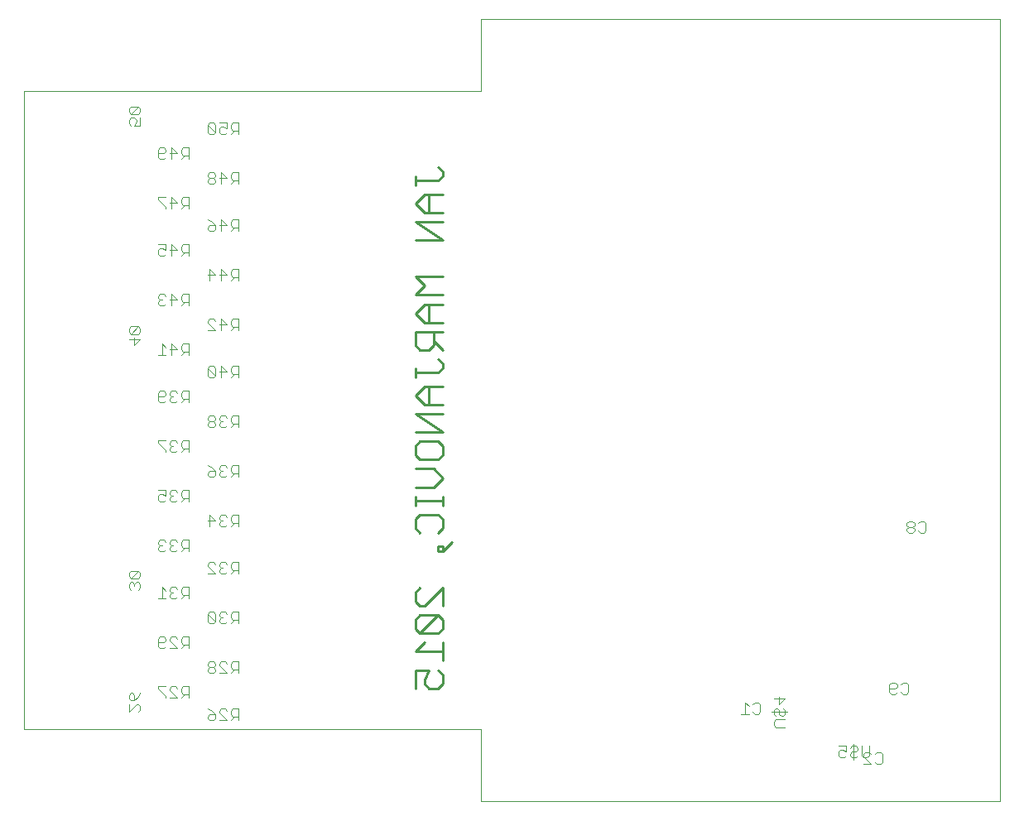
<source format=gbo>
G75*
%MOIN*%
%OFA0B0*%
%FSLAX24Y24*%
%IPPOS*%
%LPD*%
%AMOC8*
5,1,8,0,0,1.08239X$1,22.5*
%
%ADD10C,0.0000*%
%ADD11C,0.0100*%
%ADD12C,0.0040*%
D10*
X000450Y003000D02*
X018850Y003000D01*
X018850Y000100D01*
X039720Y000100D01*
X039720Y031596D01*
X018850Y031596D01*
X018850Y028700D01*
X000450Y028700D01*
X000450Y003000D01*
D11*
X016189Y004659D02*
X016189Y005393D01*
X016740Y005393D01*
X016556Y005026D01*
X016556Y004842D01*
X016740Y004659D01*
X017107Y004659D01*
X017290Y004842D01*
X017290Y005209D01*
X017107Y005393D01*
X017290Y005764D02*
X017290Y006498D01*
X017290Y006131D02*
X016189Y006131D01*
X016556Y006498D01*
X016373Y006869D02*
X017107Y007603D01*
X017290Y007419D01*
X017290Y007052D01*
X017107Y006869D01*
X016373Y006869D01*
X016189Y007052D01*
X016189Y007419D01*
X016373Y007603D01*
X017107Y007603D01*
X017290Y007974D02*
X017290Y008708D01*
X016556Y007974D01*
X016373Y007974D01*
X016189Y008157D01*
X016189Y008524D01*
X016373Y008708D01*
X017107Y010182D02*
X017107Y010366D01*
X017290Y010366D01*
X017290Y010182D01*
X017107Y010182D01*
X017290Y010182D02*
X017657Y010549D01*
X017107Y010920D02*
X017290Y011104D01*
X017290Y011471D01*
X017107Y011654D01*
X016373Y011654D01*
X016189Y011471D01*
X016189Y011104D01*
X016373Y010920D01*
X016189Y012024D02*
X016189Y012391D01*
X016189Y012207D02*
X017290Y012207D01*
X017290Y012024D02*
X017290Y012391D01*
X016923Y012762D02*
X016189Y012762D01*
X016189Y013496D02*
X016923Y013496D01*
X017290Y013129D01*
X016923Y012762D01*
X017107Y013867D02*
X016373Y013867D01*
X016189Y014050D01*
X016189Y014417D01*
X016373Y014601D01*
X017107Y014601D01*
X017290Y014417D01*
X017290Y014050D01*
X017107Y013867D01*
X017290Y014972D02*
X016189Y014972D01*
X016189Y015706D02*
X017290Y014972D01*
X017290Y015706D02*
X016189Y015706D01*
X016556Y016076D02*
X017290Y016076D01*
X016740Y016076D02*
X016740Y016810D01*
X016556Y016810D02*
X016189Y016443D01*
X016556Y016076D01*
X016556Y016810D02*
X017290Y016810D01*
X017107Y017365D02*
X016189Y017365D01*
X016189Y017548D02*
X016189Y017181D01*
X017107Y017365D02*
X017290Y017548D01*
X017290Y017732D01*
X017107Y017915D01*
X017290Y018286D02*
X016923Y018653D01*
X016923Y018470D02*
X016923Y019020D01*
X017290Y019020D02*
X016189Y019020D01*
X016189Y018470D01*
X016373Y018286D01*
X016740Y018286D01*
X016923Y018470D01*
X016740Y019391D02*
X016740Y020125D01*
X016556Y020125D02*
X016189Y019758D01*
X016556Y019391D01*
X017290Y019391D01*
X017290Y020125D02*
X016556Y020125D01*
X016189Y020496D02*
X017290Y020496D01*
X017290Y021230D02*
X016189Y021230D01*
X016556Y020863D01*
X016189Y020496D01*
X016189Y022706D02*
X017290Y022706D01*
X016189Y023440D01*
X017290Y023440D01*
X017290Y023811D02*
X016556Y023811D01*
X016189Y024178D01*
X016556Y024545D01*
X017290Y024545D01*
X016740Y024545D02*
X016740Y023811D01*
X016189Y024916D02*
X016189Y025283D01*
X016189Y025100D02*
X017107Y025100D01*
X017290Y025283D01*
X017290Y025467D01*
X017107Y025650D01*
D12*
X009061Y025430D02*
X009061Y024970D01*
X009061Y025123D02*
X008831Y025123D01*
X008754Y025200D01*
X008754Y025354D01*
X008831Y025430D01*
X009061Y025430D01*
X008908Y025123D02*
X008754Y024970D01*
X008601Y025200D02*
X008294Y025200D01*
X008140Y025123D02*
X008064Y025200D01*
X007910Y025200D01*
X007833Y025123D01*
X007833Y025047D01*
X007910Y024970D01*
X008064Y024970D01*
X008140Y025047D01*
X008140Y025123D01*
X008064Y025200D02*
X008140Y025277D01*
X008140Y025354D01*
X008064Y025430D01*
X007910Y025430D01*
X007833Y025354D01*
X007833Y025277D01*
X007910Y025200D01*
X008371Y024970D02*
X008371Y025430D01*
X008601Y025200D01*
X007061Y024430D02*
X007061Y023970D01*
X007061Y024123D02*
X006831Y024123D01*
X006754Y024200D01*
X006754Y024354D01*
X006831Y024430D01*
X007061Y024430D01*
X006908Y024123D02*
X006754Y023970D01*
X006601Y024200D02*
X006294Y024200D01*
X006140Y024047D02*
X006140Y023970D01*
X006140Y024047D02*
X005833Y024354D01*
X005833Y024430D01*
X006140Y024430D01*
X006371Y024430D02*
X006601Y024200D01*
X006371Y023970D02*
X006371Y024430D01*
X006371Y025970D02*
X006371Y026430D01*
X006601Y026200D01*
X006294Y026200D01*
X006140Y026277D02*
X006064Y026200D01*
X005833Y026200D01*
X005833Y026047D02*
X005833Y026354D01*
X005910Y026430D01*
X006064Y026430D01*
X006140Y026354D01*
X006140Y026277D01*
X006140Y026047D02*
X006064Y025970D01*
X005910Y025970D01*
X005833Y026047D01*
X006754Y025970D02*
X006908Y026123D01*
X006831Y026123D02*
X007061Y026123D01*
X007061Y025970D02*
X007061Y026430D01*
X006831Y026430D01*
X006754Y026354D01*
X006754Y026200D01*
X006831Y026123D01*
X007833Y027047D02*
X007910Y026970D01*
X008064Y026970D01*
X008140Y027047D01*
X007833Y027354D01*
X007833Y027047D01*
X007833Y027354D02*
X007910Y027430D01*
X008064Y027430D01*
X008140Y027354D01*
X008140Y027047D01*
X008294Y027047D02*
X008371Y026970D01*
X008524Y026970D01*
X008601Y027047D01*
X008601Y027200D02*
X008447Y027277D01*
X008371Y027277D01*
X008294Y027200D01*
X008294Y027047D01*
X008601Y027200D02*
X008601Y027430D01*
X008294Y027430D01*
X008754Y027354D02*
X008754Y027200D01*
X008831Y027123D01*
X009061Y027123D01*
X009061Y026970D02*
X009061Y027430D01*
X008831Y027430D01*
X008754Y027354D01*
X008908Y027123D02*
X008754Y026970D01*
X005114Y027326D02*
X004884Y027326D01*
X004961Y027480D01*
X004961Y027556D01*
X004884Y027633D01*
X004731Y027633D01*
X004654Y027556D01*
X004654Y027403D01*
X004731Y027326D01*
X005114Y027326D02*
X005114Y027633D01*
X005038Y027787D02*
X005114Y027863D01*
X005114Y028017D01*
X005038Y028094D01*
X004731Y027787D01*
X004654Y027863D01*
X004654Y028017D01*
X004731Y028094D01*
X005038Y028094D01*
X005038Y027787D02*
X004731Y027787D01*
X007833Y023530D02*
X007987Y023454D01*
X008140Y023300D01*
X007910Y023300D01*
X007833Y023223D01*
X007833Y023147D01*
X007910Y023070D01*
X008064Y023070D01*
X008140Y023147D01*
X008140Y023300D01*
X008294Y023300D02*
X008601Y023300D01*
X008371Y023530D01*
X008371Y023070D01*
X008754Y023070D02*
X008908Y023223D01*
X008831Y023223D02*
X009061Y023223D01*
X009061Y023070D02*
X009061Y023530D01*
X008831Y023530D01*
X008754Y023454D01*
X008754Y023300D01*
X008831Y023223D01*
X007061Y022530D02*
X007061Y022070D01*
X007061Y022223D02*
X006831Y022223D01*
X006754Y022300D01*
X006754Y022454D01*
X006831Y022530D01*
X007061Y022530D01*
X006908Y022223D02*
X006754Y022070D01*
X006601Y022300D02*
X006294Y022300D01*
X006140Y022300D02*
X005987Y022377D01*
X005910Y022377D01*
X005833Y022300D01*
X005833Y022147D01*
X005910Y022070D01*
X006064Y022070D01*
X006140Y022147D01*
X006140Y022300D02*
X006140Y022530D01*
X005833Y022530D01*
X006371Y022530D02*
X006601Y022300D01*
X006371Y022070D02*
X006371Y022530D01*
X007910Y021530D02*
X008140Y021300D01*
X007833Y021300D01*
X007910Y021070D02*
X007910Y021530D01*
X008294Y021300D02*
X008601Y021300D01*
X008371Y021530D01*
X008371Y021070D01*
X008754Y021070D02*
X008908Y021223D01*
X008831Y021223D02*
X009061Y021223D01*
X009061Y021070D02*
X009061Y021530D01*
X008831Y021530D01*
X008754Y021454D01*
X008754Y021300D01*
X008831Y021223D01*
X008831Y019530D02*
X008754Y019454D01*
X008754Y019300D01*
X008831Y019223D01*
X009061Y019223D01*
X009061Y019070D02*
X009061Y019530D01*
X008831Y019530D01*
X008908Y019223D02*
X008754Y019070D01*
X008601Y019300D02*
X008294Y019300D01*
X008140Y019454D02*
X008064Y019530D01*
X007910Y019530D01*
X007833Y019454D01*
X007833Y019377D01*
X008140Y019070D01*
X007833Y019070D01*
X008371Y019070D02*
X008371Y019530D01*
X008601Y019300D01*
X007061Y018530D02*
X007061Y018070D01*
X007061Y018223D02*
X006831Y018223D01*
X006754Y018300D01*
X006754Y018454D01*
X006831Y018530D01*
X007061Y018530D01*
X006908Y018223D02*
X006754Y018070D01*
X006601Y018300D02*
X006294Y018300D01*
X006140Y018377D02*
X005987Y018530D01*
X005987Y018070D01*
X006140Y018070D02*
X005833Y018070D01*
X006371Y018070D02*
X006371Y018530D01*
X006601Y018300D01*
X007833Y017554D02*
X007833Y017247D01*
X007910Y017170D01*
X008064Y017170D01*
X008140Y017247D01*
X007833Y017554D01*
X007910Y017630D01*
X008064Y017630D01*
X008140Y017554D01*
X008140Y017247D01*
X008294Y017400D02*
X008601Y017400D01*
X008371Y017630D01*
X008371Y017170D01*
X008754Y017170D02*
X008908Y017323D01*
X008831Y017323D02*
X009061Y017323D01*
X009061Y017170D02*
X009061Y017630D01*
X008831Y017630D01*
X008754Y017554D01*
X008754Y017400D01*
X008831Y017323D01*
X008831Y015630D02*
X008754Y015554D01*
X008754Y015400D01*
X008831Y015323D01*
X009061Y015323D01*
X009061Y015170D02*
X009061Y015630D01*
X008831Y015630D01*
X008601Y015554D02*
X008524Y015630D01*
X008371Y015630D01*
X008294Y015554D01*
X008294Y015477D01*
X008371Y015400D01*
X008294Y015323D01*
X008294Y015247D01*
X008371Y015170D01*
X008524Y015170D01*
X008601Y015247D01*
X008754Y015170D02*
X008908Y015323D01*
X008447Y015400D02*
X008371Y015400D01*
X008140Y015323D02*
X008064Y015400D01*
X007910Y015400D01*
X007833Y015323D01*
X007833Y015247D01*
X007910Y015170D01*
X008064Y015170D01*
X008140Y015247D01*
X008140Y015323D01*
X008064Y015400D02*
X008140Y015477D01*
X008140Y015554D01*
X008064Y015630D01*
X007910Y015630D01*
X007833Y015554D01*
X007833Y015477D01*
X007910Y015400D01*
X007061Y014630D02*
X006831Y014630D01*
X006754Y014554D01*
X006754Y014400D01*
X006831Y014323D01*
X007061Y014323D01*
X007061Y014170D02*
X007061Y014630D01*
X006908Y014323D02*
X006754Y014170D01*
X006601Y014247D02*
X006524Y014170D01*
X006371Y014170D01*
X006294Y014247D01*
X006294Y014323D01*
X006371Y014400D01*
X006447Y014400D01*
X006371Y014400D02*
X006294Y014477D01*
X006294Y014554D01*
X006371Y014630D01*
X006524Y014630D01*
X006601Y014554D01*
X006140Y014630D02*
X005833Y014630D01*
X005833Y014554D01*
X006140Y014247D01*
X006140Y014170D01*
X007833Y013630D02*
X007987Y013554D01*
X008140Y013400D01*
X007910Y013400D01*
X007833Y013323D01*
X007833Y013247D01*
X007910Y013170D01*
X008064Y013170D01*
X008140Y013247D01*
X008140Y013400D01*
X008294Y013323D02*
X008294Y013247D01*
X008371Y013170D01*
X008524Y013170D01*
X008601Y013247D01*
X008754Y013170D02*
X008908Y013323D01*
X008831Y013323D02*
X009061Y013323D01*
X009061Y013170D02*
X009061Y013630D01*
X008831Y013630D01*
X008754Y013554D01*
X008754Y013400D01*
X008831Y013323D01*
X008601Y013554D02*
X008524Y013630D01*
X008371Y013630D01*
X008294Y013554D01*
X008294Y013477D01*
X008371Y013400D01*
X008294Y013323D01*
X008371Y013400D02*
X008447Y013400D01*
X007061Y012630D02*
X007061Y012170D01*
X007061Y012323D02*
X006831Y012323D01*
X006754Y012400D01*
X006754Y012554D01*
X006831Y012630D01*
X007061Y012630D01*
X006908Y012323D02*
X006754Y012170D01*
X006601Y012247D02*
X006524Y012170D01*
X006371Y012170D01*
X006294Y012247D01*
X006294Y012323D01*
X006371Y012400D01*
X006447Y012400D01*
X006371Y012400D02*
X006294Y012477D01*
X006294Y012554D01*
X006371Y012630D01*
X006524Y012630D01*
X006601Y012554D01*
X006140Y012630D02*
X006140Y012400D01*
X005987Y012477D01*
X005910Y012477D01*
X005833Y012400D01*
X005833Y012247D01*
X005910Y012170D01*
X006064Y012170D01*
X006140Y012247D01*
X006140Y012630D02*
X005833Y012630D01*
X007910Y011630D02*
X007910Y011170D01*
X007833Y011400D02*
X008140Y011400D01*
X007910Y011630D01*
X008294Y011554D02*
X008294Y011477D01*
X008371Y011400D01*
X008294Y011323D01*
X008294Y011247D01*
X008371Y011170D01*
X008524Y011170D01*
X008601Y011247D01*
X008754Y011170D02*
X008908Y011323D01*
X008831Y011323D02*
X009061Y011323D01*
X009061Y011170D02*
X009061Y011630D01*
X008831Y011630D01*
X008754Y011554D01*
X008754Y011400D01*
X008831Y011323D01*
X008601Y011554D02*
X008524Y011630D01*
X008371Y011630D01*
X008294Y011554D01*
X008371Y011400D02*
X008447Y011400D01*
X007061Y010630D02*
X007061Y010170D01*
X007061Y010323D02*
X006831Y010323D01*
X006754Y010400D01*
X006754Y010554D01*
X006831Y010630D01*
X007061Y010630D01*
X006908Y010323D02*
X006754Y010170D01*
X006601Y010247D02*
X006524Y010170D01*
X006371Y010170D01*
X006294Y010247D01*
X006294Y010323D01*
X006371Y010400D01*
X006447Y010400D01*
X006371Y010400D02*
X006294Y010477D01*
X006294Y010554D01*
X006371Y010630D01*
X006524Y010630D01*
X006601Y010554D01*
X006140Y010554D02*
X006064Y010630D01*
X005910Y010630D01*
X005833Y010554D01*
X005833Y010477D01*
X005910Y010400D01*
X005833Y010323D01*
X005833Y010247D01*
X005910Y010170D01*
X006064Y010170D01*
X006140Y010247D01*
X005987Y010400D02*
X005910Y010400D01*
X005038Y009393D02*
X004731Y009393D01*
X004654Y009316D01*
X004654Y009163D01*
X004731Y009086D01*
X005038Y009393D01*
X005114Y009316D01*
X005114Y009163D01*
X005038Y009086D01*
X004731Y009086D01*
X004731Y008932D02*
X004654Y008856D01*
X004654Y008702D01*
X004731Y008626D01*
X004884Y008779D02*
X004884Y008856D01*
X004807Y008932D01*
X004731Y008932D01*
X004884Y008856D02*
X004961Y008932D01*
X005038Y008932D01*
X005114Y008856D01*
X005114Y008702D01*
X005038Y008626D01*
X005833Y008270D02*
X006140Y008270D01*
X005987Y008270D02*
X005987Y008730D01*
X006140Y008577D01*
X006294Y008577D02*
X006371Y008500D01*
X006294Y008423D01*
X006294Y008347D01*
X006371Y008270D01*
X006524Y008270D01*
X006601Y008347D01*
X006754Y008270D02*
X006908Y008423D01*
X006831Y008423D02*
X007061Y008423D01*
X007061Y008270D02*
X007061Y008730D01*
X006831Y008730D01*
X006754Y008654D01*
X006754Y008500D01*
X006831Y008423D01*
X006601Y008654D02*
X006524Y008730D01*
X006371Y008730D01*
X006294Y008654D01*
X006294Y008577D01*
X006371Y008500D02*
X006447Y008500D01*
X007833Y009270D02*
X008140Y009270D01*
X007833Y009577D01*
X007833Y009654D01*
X007910Y009730D01*
X008064Y009730D01*
X008140Y009654D01*
X008294Y009654D02*
X008294Y009577D01*
X008371Y009500D01*
X008294Y009423D01*
X008294Y009347D01*
X008371Y009270D01*
X008524Y009270D01*
X008601Y009347D01*
X008754Y009270D02*
X008908Y009423D01*
X008831Y009423D02*
X009061Y009423D01*
X009061Y009270D02*
X009061Y009730D01*
X008831Y009730D01*
X008754Y009654D01*
X008754Y009500D01*
X008831Y009423D01*
X008601Y009654D02*
X008524Y009730D01*
X008371Y009730D01*
X008294Y009654D01*
X008371Y009500D02*
X008447Y009500D01*
X008371Y007730D02*
X008294Y007654D01*
X008294Y007577D01*
X008371Y007500D01*
X008294Y007423D01*
X008294Y007347D01*
X008371Y007270D01*
X008524Y007270D01*
X008601Y007347D01*
X008754Y007270D02*
X008908Y007423D01*
X008831Y007423D02*
X009061Y007423D01*
X009061Y007270D02*
X009061Y007730D01*
X008831Y007730D01*
X008754Y007654D01*
X008754Y007500D01*
X008831Y007423D01*
X008601Y007654D02*
X008524Y007730D01*
X008371Y007730D01*
X008371Y007500D02*
X008447Y007500D01*
X008140Y007347D02*
X008064Y007270D01*
X007910Y007270D01*
X007833Y007347D01*
X007833Y007654D01*
X008140Y007347D01*
X008140Y007654D01*
X008064Y007730D01*
X007910Y007730D01*
X007833Y007654D01*
X007061Y006730D02*
X006831Y006730D01*
X006754Y006654D01*
X006754Y006500D01*
X006831Y006423D01*
X007061Y006423D01*
X007061Y006270D02*
X007061Y006730D01*
X006908Y006423D02*
X006754Y006270D01*
X006601Y006270D02*
X006294Y006577D01*
X006294Y006654D01*
X006371Y006730D01*
X006524Y006730D01*
X006601Y006654D01*
X006601Y006270D02*
X006294Y006270D01*
X006140Y006347D02*
X006064Y006270D01*
X005910Y006270D01*
X005833Y006347D01*
X005833Y006654D01*
X005910Y006730D01*
X006064Y006730D01*
X006140Y006654D01*
X006140Y006577D01*
X006064Y006500D01*
X005833Y006500D01*
X007833Y005654D02*
X007833Y005577D01*
X007910Y005500D01*
X008064Y005500D01*
X008140Y005577D01*
X008140Y005654D01*
X008064Y005730D01*
X007910Y005730D01*
X007833Y005654D01*
X007910Y005500D02*
X007833Y005423D01*
X007833Y005347D01*
X007910Y005270D01*
X008064Y005270D01*
X008140Y005347D01*
X008140Y005423D01*
X008064Y005500D01*
X008294Y005577D02*
X008294Y005654D01*
X008371Y005730D01*
X008524Y005730D01*
X008601Y005654D01*
X008754Y005654D02*
X008754Y005500D01*
X008831Y005423D01*
X009061Y005423D01*
X009061Y005270D02*
X009061Y005730D01*
X008831Y005730D01*
X008754Y005654D01*
X008908Y005423D02*
X008754Y005270D01*
X008601Y005270D02*
X008294Y005577D01*
X008294Y005270D02*
X008601Y005270D01*
X008524Y003830D02*
X008601Y003754D01*
X008524Y003830D02*
X008371Y003830D01*
X008294Y003754D01*
X008294Y003677D01*
X008601Y003370D01*
X008294Y003370D01*
X008140Y003447D02*
X008064Y003370D01*
X007910Y003370D01*
X007833Y003447D01*
X007833Y003523D01*
X007910Y003600D01*
X008140Y003600D01*
X008140Y003447D01*
X008140Y003600D02*
X007987Y003754D01*
X007833Y003830D01*
X007061Y004270D02*
X007061Y004730D01*
X006831Y004730D01*
X006754Y004654D01*
X006754Y004500D01*
X006831Y004423D01*
X007061Y004423D01*
X006908Y004423D02*
X006754Y004270D01*
X006601Y004270D02*
X006294Y004577D01*
X006294Y004654D01*
X006371Y004730D01*
X006524Y004730D01*
X006601Y004654D01*
X006601Y004270D02*
X006294Y004270D01*
X006140Y004270D02*
X006140Y004347D01*
X005833Y004654D01*
X005833Y004730D01*
X006140Y004730D01*
X005114Y004472D02*
X005038Y004318D01*
X004884Y004165D01*
X004884Y004395D01*
X004807Y004472D01*
X004731Y004472D01*
X004654Y004395D01*
X004654Y004241D01*
X004731Y004165D01*
X004884Y004165D01*
X004961Y004011D02*
X005038Y004011D01*
X005114Y003934D01*
X005114Y003781D01*
X005038Y003704D01*
X004961Y004011D02*
X004654Y003704D01*
X004654Y004011D01*
X008754Y003754D02*
X008754Y003600D01*
X008831Y003523D01*
X009061Y003523D01*
X009061Y003370D02*
X009061Y003830D01*
X008831Y003830D01*
X008754Y003754D01*
X008908Y003523D02*
X008754Y003370D01*
X007061Y016170D02*
X007061Y016630D01*
X006831Y016630D01*
X006754Y016554D01*
X006754Y016400D01*
X006831Y016323D01*
X007061Y016323D01*
X006908Y016323D02*
X006754Y016170D01*
X006601Y016247D02*
X006524Y016170D01*
X006371Y016170D01*
X006294Y016247D01*
X006294Y016323D01*
X006371Y016400D01*
X006447Y016400D01*
X006371Y016400D02*
X006294Y016477D01*
X006294Y016554D01*
X006371Y016630D01*
X006524Y016630D01*
X006601Y016554D01*
X006140Y016554D02*
X006140Y016477D01*
X006064Y016400D01*
X005833Y016400D01*
X005833Y016247D02*
X005833Y016554D01*
X005910Y016630D01*
X006064Y016630D01*
X006140Y016554D01*
X006140Y016247D02*
X006064Y016170D01*
X005910Y016170D01*
X005833Y016247D01*
X004884Y018468D02*
X004884Y018775D01*
X004731Y018928D02*
X005038Y018928D01*
X005114Y019005D01*
X005114Y019159D01*
X005038Y019235D01*
X004731Y018928D01*
X004654Y019005D01*
X004654Y019159D01*
X004731Y019235D01*
X005038Y019235D01*
X005114Y018698D02*
X004654Y018698D01*
X004884Y018468D02*
X005114Y018698D01*
X005910Y020070D02*
X006064Y020070D01*
X006140Y020147D01*
X005987Y020300D02*
X005910Y020300D01*
X005833Y020223D01*
X005833Y020147D01*
X005910Y020070D01*
X005910Y020300D02*
X005833Y020377D01*
X005833Y020454D01*
X005910Y020530D01*
X006064Y020530D01*
X006140Y020454D01*
X006294Y020300D02*
X006601Y020300D01*
X006371Y020530D01*
X006371Y020070D01*
X006754Y020070D02*
X006908Y020223D01*
X006831Y020223D02*
X007061Y020223D01*
X007061Y020070D02*
X007061Y020530D01*
X006831Y020530D01*
X006754Y020454D01*
X006754Y020300D01*
X006831Y020223D01*
X029316Y003626D02*
X029623Y003626D01*
X029469Y003626D02*
X029469Y004087D01*
X029623Y003933D01*
X029776Y004010D02*
X029853Y004087D01*
X030006Y004087D01*
X030083Y004010D01*
X030083Y003703D01*
X030006Y003626D01*
X029853Y003626D01*
X029776Y003703D01*
X030543Y003703D02*
X031157Y003703D01*
X031080Y003779D02*
X031004Y003856D01*
X031080Y003779D02*
X031080Y003626D01*
X031004Y003549D01*
X030927Y003549D01*
X030850Y003626D01*
X030850Y003779D01*
X030773Y003856D01*
X030697Y003856D01*
X030620Y003779D01*
X030620Y003626D01*
X030697Y003549D01*
X030697Y003396D02*
X030620Y003319D01*
X030620Y003166D01*
X030697Y003089D01*
X031080Y003089D01*
X031080Y003396D02*
X030697Y003396D01*
X030850Y004010D02*
X030850Y004317D01*
X030620Y004240D02*
X031080Y004240D01*
X030850Y004010D01*
X033233Y002330D02*
X033540Y002330D01*
X033540Y002100D01*
X033387Y002177D01*
X033310Y002177D01*
X033233Y002100D01*
X033233Y001947D01*
X033310Y001870D01*
X033464Y001870D01*
X033540Y001947D01*
X033694Y001947D02*
X033694Y002023D01*
X033771Y002100D01*
X033924Y002100D01*
X034001Y002177D01*
X034001Y002254D01*
X033924Y002330D01*
X033771Y002330D01*
X033694Y002254D01*
X033847Y002407D02*
X033847Y001793D01*
X033771Y001870D02*
X033694Y001947D01*
X033771Y001870D02*
X033924Y001870D01*
X034001Y001947D01*
X034154Y001947D02*
X034154Y002330D01*
X034307Y002074D02*
X034230Y001997D01*
X034230Y001921D01*
X034537Y001614D01*
X034230Y001614D01*
X034231Y001870D02*
X034154Y001947D01*
X034231Y001870D02*
X034384Y001870D01*
X034461Y001947D01*
X034461Y002330D01*
X034461Y002074D02*
X034537Y001997D01*
X034461Y002074D02*
X034307Y002074D01*
X034691Y001997D02*
X034768Y002074D01*
X034921Y002074D01*
X034998Y001997D01*
X034998Y001690D01*
X034921Y001614D01*
X034768Y001614D01*
X034691Y001690D01*
X035360Y004420D02*
X035283Y004497D01*
X035283Y004804D01*
X035360Y004880D01*
X035514Y004880D01*
X035590Y004804D01*
X035590Y004727D01*
X035514Y004650D01*
X035283Y004650D01*
X035360Y004420D02*
X035514Y004420D01*
X035590Y004497D01*
X035744Y004497D02*
X035821Y004420D01*
X035974Y004420D01*
X036051Y004497D01*
X036051Y004804D01*
X035974Y004880D01*
X035821Y004880D01*
X035744Y004804D01*
X036060Y010920D02*
X036214Y010920D01*
X036290Y010997D01*
X036290Y011073D01*
X036214Y011150D01*
X036060Y011150D01*
X035983Y011073D01*
X035983Y010997D01*
X036060Y010920D01*
X036060Y011150D02*
X035983Y011227D01*
X035983Y011304D01*
X036060Y011380D01*
X036214Y011380D01*
X036290Y011304D01*
X036290Y011227D01*
X036214Y011150D01*
X036444Y010997D02*
X036521Y010920D01*
X036674Y010920D01*
X036751Y010997D01*
X036751Y011304D01*
X036674Y011380D01*
X036521Y011380D01*
X036444Y011304D01*
M02*

</source>
